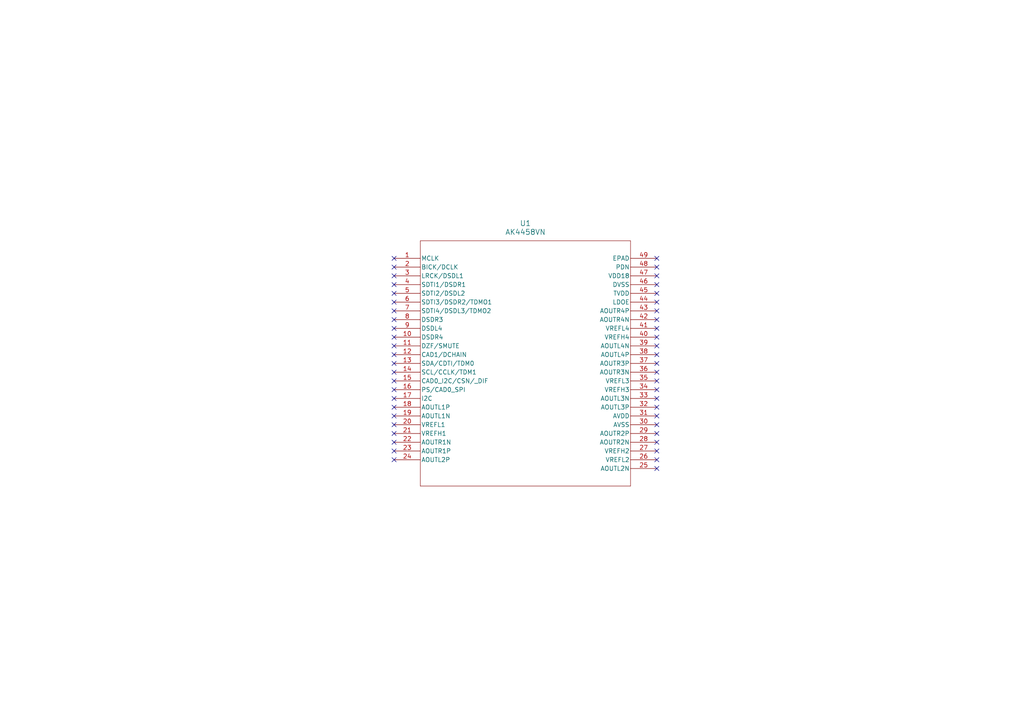
<source format=kicad_sch>
(kicad_sch (version 20231120) (generator "eeschema") (generator_version "8.0")
  (paper "A4")
  (lib_symbols
    (symbol "AK4458VN:AK4458VN" (pin_names (offset 0.254))
      (property "Reference" "U" (at 38.1 10.16 0))
      (property "Value" "AK4458VN" (at 38.1 7.62 0))
      (symbol "AK4458VN_0_1"
        (polyline (pts (xy 7.62 -66.04) (xy 68.58 -66.04)) (stroke (width 0.127)))
        (polyline (pts (xy 7.62 5.08) (xy 7.62 -66.04)) (stroke (width 0.127)))
        (polyline (pts (xy 68.58 -66.04) (xy 68.58 5.08)) (stroke (width 0.127)))
        (polyline (pts (xy 68.58 5.08) (xy 7.62 5.08)) (stroke (width 0.127)))
        (pin input line (at 0 0 0) (length 7.62) (name "MCLK") (number "1"))
        (pin input line (at 0 -22.86 0) (length 7.62) (name "DSDR4") (number "10"))
        (pin bidirectional line (at 0 -25.4 0) (length 7.62) (name "DZF/SMUTE") (number "11"))
        (pin input line (at 0 -27.94 0) (length 7.62) (name "CAD1/DCHAIN") (number "12"))
        (pin bidirectional line (at 0 -30.48 0) (length 7.62) (name "SDA/CDTI/TDM0") (number "13"))
        (pin input line (at 0 -33.02 0) (length 7.62) (name "SCL/CCLK/TDM1") (number "14"))
        (pin input line (at 0 -35.56 0) (length 7.62) (name "CAD0_I2C/CSN/_DIF") (number "15"))
        (pin input line (at 0 -38.1 0) (length 7.62) (name "PS/CAD0_SPI") (number "16"))
        (pin input line (at 0 -40.64 0) (length 7.62) (name "I2C") (number "17"))
        (pin output line (at 0 -43.18 0) (length 7.62) (name "AOUTL1P") (number "18"))
        (pin output line (at 0 -45.72 0) (length 7.62) (name "AOUTL1N") (number "19"))
        (pin input line (at 0 -2.54 0) (length 7.62) (name "BICK/DCLK") (number "2"))
        (pin input line (at 0 -48.26 0) (length 7.62) (name "VREFL1") (number "20"))
        (pin input line (at 0 -50.8 0) (length 7.62) (name "VREFH1") (number "21"))
        (pin output line (at 0 -53.34 0) (length 7.62) (name "AOUTR1N") (number "22"))
        (pin output line (at 0 -55.88 0) (length 7.62) (name "AOUTR1P") (number "23"))
        (pin output line (at 0 -58.42 0) (length 7.62) (name "AOUTL2P") (number "24"))
        (pin output line (at 76.2 -60.96 180) (length 7.62) (name "AOUTL2N") (number "25"))
        (pin input line (at 76.2 -58.42 180) (length 7.62) (name "VREFL2") (number "26"))
        (pin input line (at 76.2 -55.88 180) (length 7.62) (name "VREFH2") (number "27"))
        (pin output line (at 76.2 -53.34 180) (length 7.62) (name "AOUTR2N") (number "28"))
        (pin output line (at 76.2 -50.8 180) (length 7.62) (name "AOUTR2P") (number "29"))
        (pin input line (at 0 -5.08 0) (length 7.62) (name "LRCK/DSDL1") (number "3"))
        (pin power_out line (at 76.2 -48.26 180) (length 7.62) (name "AVSS") (number "30"))
        (pin power_in line (at 76.2 -45.72 180) (length 7.62) (name "AVDD") (number "31"))
        (pin output line (at 76.2 -43.18 180) (length 7.62) (name "AOUTL3P") (number "32"))
        (pin output line (at 76.2 -40.64 180) (length 7.62) (name "AOUTL3N") (number "33"))
        (pin input line (at 76.2 -38.1 180) (length 7.62) (name "VREFH3") (number "34"))
        (pin input line (at 76.2 -35.56 180) (length 7.62) (name "VREFL3") (number "35"))
        (pin output line (at 76.2 -33.02 180) (length 7.62) (name "AOUTR3N") (number "36"))
        (pin output line (at 76.2 -30.48 180) (length 7.62) (name "AOUTR3P") (number "37"))
        (pin output line (at 76.2 -27.94 180) (length 7.62) (name "AOUTL4P") (number "38"))
        (pin output line (at 76.2 -25.4 180) (length 7.62) (name "AOUTL4N") (number "39"))
        (pin input line (at 0 -7.62 0) (length 7.62) (name "SDTI1/DSDR1") (number "4"))
        (pin input line (at 76.2 -22.86 180) (length 7.62) (name "VREFH4") (number "40"))
        (pin input line (at 76.2 -20.32 180) (length 7.62) (name "VREFL4") (number "41"))
        (pin output line (at 76.2 -17.78 180) (length 7.62) (name "AOUTR4N") (number "42"))
        (pin output line (at 76.2 -15.24 180) (length 7.62) (name "AOUTR4P") (number "43"))
        (pin input line (at 76.2 -12.7 180) (length 7.62) (name "LDOE") (number "44"))
        (pin power_in line (at 76.2 -10.16 180) (length 7.62) (name "TVDD") (number "45"))
        (pin power_out line (at 76.2 -7.62 180) (length 7.62) (name "DVSS") (number "46"))
        (pin power_in line (at 76.2 -5.08 180) (length 7.62) (name "VDD18") (number "47"))
        (pin input line (at 76.2 -2.54 180) (length 7.62) (name "PDN") (number "48"))
        (pin unspecified line (at 76.2 0 180) (length 7.62) (name "EPAD") (number "49"))
        (pin input line (at 0 -10.16 0) (length 7.62) (name "SDTI2/DSDL2") (number "5"))
        (pin bidirectional line (at 0 -12.7 0) (length 7.62) (name "SDTI3/DSDR2/TDMO1") (number "6"))
        (pin bidirectional line (at 0 -15.24 0) (length 7.62) (name "SDTI4/DSDL3/TDMO2") (number "7"))
        (pin input line (at 0 -17.78 0) (length 7.62) (name "DSDR3") (number "8"))
        (pin input line (at 0 -20.32 0) (length 7.62) (name "DSDL4") (number "9"))
      )
    )
  )
  (no_connect (at 190.5 82.55))
  (no_connect (at 190.5 95.25))
  (no_connect (at 190.5 125.73))
  (no_connect (at 114.3 110.49))
  (no_connect (at 114.3 118.11))
  (no_connect (at 114.3 90.17))
  (no_connect (at 190.5 113.03))
  (no_connect (at 190.5 135.89))
  (no_connect (at 114.3 85.09))
  (no_connect (at 190.5 92.71))
  (no_connect (at 114.3 128.27))
  (no_connect (at 114.3 133.35))
  (no_connect (at 114.3 95.25))
  (no_connect (at 114.3 120.65))
  (no_connect (at 114.3 92.71))
  (no_connect (at 190.5 118.11))
  (no_connect (at 190.5 110.49))
  (no_connect (at 114.3 82.55))
  (no_connect (at 190.5 128.27))
  (no_connect (at 190.5 87.63))
  (no_connect (at 190.5 100.33))
  (no_connect (at 190.5 105.41))
  (no_connect (at 114.3 115.57))
  (no_connect (at 190.5 97.79))
  (no_connect (at 190.5 102.87))
  (no_connect (at 190.5 120.65))
  (no_connect (at 114.3 130.81))
  (no_connect (at 190.5 85.09))
  (no_connect (at 114.3 80.01))
  (no_connect (at 190.5 107.95))
  (no_connect (at 114.3 107.95))
  (no_connect (at 190.5 130.81))
  (no_connect (at 114.3 123.19))
  (no_connect (at 114.3 100.33))
  (no_connect (at 190.5 74.93))
  (no_connect (at 114.3 102.87))
  (no_connect (at 114.3 87.63))
  (no_connect (at 190.5 133.35))
  (no_connect (at 114.3 97.79))
  (no_connect (at 114.3 105.41))
  (no_connect (at 190.5 115.57))
  (no_connect (at 114.3 74.93))
  (no_connect (at 114.3 77.47))
  (no_connect (at 190.5 77.47))
  (no_connect (at 114.3 125.73))
  (no_connect (at 190.5 90.17))
  (no_connect (at 114.3 113.03))
  (no_connect (at 190.5 123.19))
  (no_connect (at 190.5 80.01))
  (symbol (lib_id "AK4458VN:AK4458VN") (at 114.3 74.93 0) (unit 1)
    (property "Reference" "U1" (at 152.4 64.77 0) (effects (font (size 1.524 1.524))))
    (property "Value" "AK4458VN" (at 152.4 67.31 0) (effects (font (size 1.524 1.524))))
    (property "Footprint" "QFN48_7x7-0p5_AKM" (effects (hide yes)))
    (property "Datasheet" "AK4458VN" (effects (hide yes)))
  )
)
</source>
